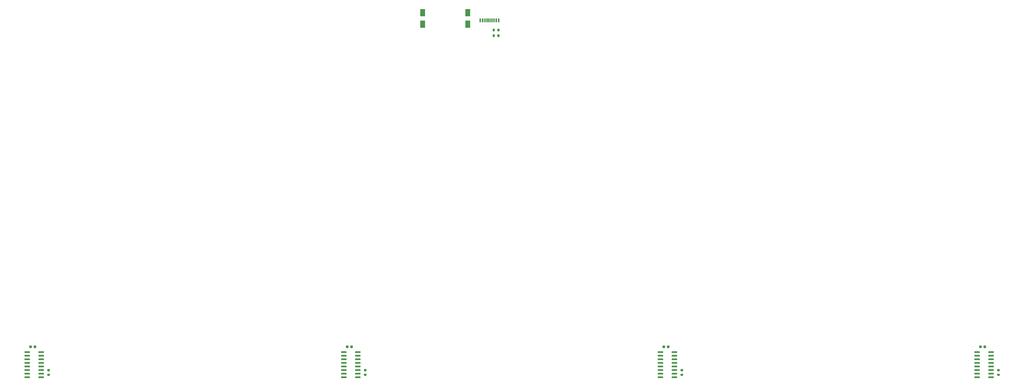
<source format=gbr>
G04 #@! TF.GenerationSoftware,KiCad,Pcbnew,(5.1.7)-1*
G04 #@! TF.CreationDate,2021-03-24T01:06:35-04:00*
G04 #@! TF.ProjectId,OpeNITHM-full,4f70654e-4954-4484-9d2d-66756c6c2e6b,rev?*
G04 #@! TF.SameCoordinates,Original*
G04 #@! TF.FileFunction,Paste,Bot*
G04 #@! TF.FilePolarity,Positive*
%FSLAX46Y46*%
G04 Gerber Fmt 4.6, Leading zero omitted, Abs format (unit mm)*
G04 Created by KiCad (PCBNEW (5.1.7)-1) date 2021-03-24 01:06:35*
%MOMM*%
%LPD*%
G01*
G04 APERTURE LIST*
%ADD10R,0.300000X1.450000*%
%ADD11R,0.600000X1.450000*%
%ADD12R,1.800000X2.500000*%
G04 APERTURE END LIST*
G36*
G01*
X209320000Y-128755000D02*
X209320000Y-129055000D01*
G75*
G02*
X209170000Y-129205000I-150000J0D01*
G01*
X207520000Y-129205000D01*
G75*
G02*
X207370000Y-129055000I0J150000D01*
G01*
X207370000Y-128755000D01*
G75*
G02*
X207520000Y-128605000I150000J0D01*
G01*
X209170000Y-128605000D01*
G75*
G02*
X209320000Y-128755000I0J-150000D01*
G01*
G37*
G36*
G01*
X209320000Y-130025000D02*
X209320000Y-130325000D01*
G75*
G02*
X209170000Y-130475000I-150000J0D01*
G01*
X207520000Y-130475000D01*
G75*
G02*
X207370000Y-130325000I0J150000D01*
G01*
X207370000Y-130025000D01*
G75*
G02*
X207520000Y-129875000I150000J0D01*
G01*
X209170000Y-129875000D01*
G75*
G02*
X209320000Y-130025000I0J-150000D01*
G01*
G37*
G36*
G01*
X209320000Y-131295000D02*
X209320000Y-131595000D01*
G75*
G02*
X209170000Y-131745000I-150000J0D01*
G01*
X207520000Y-131745000D01*
G75*
G02*
X207370000Y-131595000I0J150000D01*
G01*
X207370000Y-131295000D01*
G75*
G02*
X207520000Y-131145000I150000J0D01*
G01*
X209170000Y-131145000D01*
G75*
G02*
X209320000Y-131295000I0J-150000D01*
G01*
G37*
G36*
G01*
X209320000Y-132565000D02*
X209320000Y-132865000D01*
G75*
G02*
X209170000Y-133015000I-150000J0D01*
G01*
X207520000Y-133015000D01*
G75*
G02*
X207370000Y-132865000I0J150000D01*
G01*
X207370000Y-132565000D01*
G75*
G02*
X207520000Y-132415000I150000J0D01*
G01*
X209170000Y-132415000D01*
G75*
G02*
X209320000Y-132565000I0J-150000D01*
G01*
G37*
G36*
G01*
X209320000Y-133835000D02*
X209320000Y-134135000D01*
G75*
G02*
X209170000Y-134285000I-150000J0D01*
G01*
X207520000Y-134285000D01*
G75*
G02*
X207370000Y-134135000I0J150000D01*
G01*
X207370000Y-133835000D01*
G75*
G02*
X207520000Y-133685000I150000J0D01*
G01*
X209170000Y-133685000D01*
G75*
G02*
X209320000Y-133835000I0J-150000D01*
G01*
G37*
G36*
G01*
X209320000Y-135105000D02*
X209320000Y-135405000D01*
G75*
G02*
X209170000Y-135555000I-150000J0D01*
G01*
X207520000Y-135555000D01*
G75*
G02*
X207370000Y-135405000I0J150000D01*
G01*
X207370000Y-135105000D01*
G75*
G02*
X207520000Y-134955000I150000J0D01*
G01*
X209170000Y-134955000D01*
G75*
G02*
X209320000Y-135105000I0J-150000D01*
G01*
G37*
G36*
G01*
X209320000Y-136375000D02*
X209320000Y-136675000D01*
G75*
G02*
X209170000Y-136825000I-150000J0D01*
G01*
X207520000Y-136825000D01*
G75*
G02*
X207370000Y-136675000I0J150000D01*
G01*
X207370000Y-136375000D01*
G75*
G02*
X207520000Y-136225000I150000J0D01*
G01*
X209170000Y-136225000D01*
G75*
G02*
X209320000Y-136375000I0J-150000D01*
G01*
G37*
G36*
G01*
X209320000Y-137645000D02*
X209320000Y-137945000D01*
G75*
G02*
X209170000Y-138095000I-150000J0D01*
G01*
X207520000Y-138095000D01*
G75*
G02*
X207370000Y-137945000I0J150000D01*
G01*
X207370000Y-137645000D01*
G75*
G02*
X207520000Y-137495000I150000J0D01*
G01*
X209170000Y-137495000D01*
G75*
G02*
X209320000Y-137645000I0J-150000D01*
G01*
G37*
G36*
G01*
X214270000Y-137645000D02*
X214270000Y-137945000D01*
G75*
G02*
X214120000Y-138095000I-150000J0D01*
G01*
X212470000Y-138095000D01*
G75*
G02*
X212320000Y-137945000I0J150000D01*
G01*
X212320000Y-137645000D01*
G75*
G02*
X212470000Y-137495000I150000J0D01*
G01*
X214120000Y-137495000D01*
G75*
G02*
X214270000Y-137645000I0J-150000D01*
G01*
G37*
G36*
G01*
X214270000Y-136375000D02*
X214270000Y-136675000D01*
G75*
G02*
X214120000Y-136825000I-150000J0D01*
G01*
X212470000Y-136825000D01*
G75*
G02*
X212320000Y-136675000I0J150000D01*
G01*
X212320000Y-136375000D01*
G75*
G02*
X212470000Y-136225000I150000J0D01*
G01*
X214120000Y-136225000D01*
G75*
G02*
X214270000Y-136375000I0J-150000D01*
G01*
G37*
G36*
G01*
X214270000Y-135105000D02*
X214270000Y-135405000D01*
G75*
G02*
X214120000Y-135555000I-150000J0D01*
G01*
X212470000Y-135555000D01*
G75*
G02*
X212320000Y-135405000I0J150000D01*
G01*
X212320000Y-135105000D01*
G75*
G02*
X212470000Y-134955000I150000J0D01*
G01*
X214120000Y-134955000D01*
G75*
G02*
X214270000Y-135105000I0J-150000D01*
G01*
G37*
G36*
G01*
X214270000Y-133835000D02*
X214270000Y-134135000D01*
G75*
G02*
X214120000Y-134285000I-150000J0D01*
G01*
X212470000Y-134285000D01*
G75*
G02*
X212320000Y-134135000I0J150000D01*
G01*
X212320000Y-133835000D01*
G75*
G02*
X212470000Y-133685000I150000J0D01*
G01*
X214120000Y-133685000D01*
G75*
G02*
X214270000Y-133835000I0J-150000D01*
G01*
G37*
G36*
G01*
X214270000Y-132565000D02*
X214270000Y-132865000D01*
G75*
G02*
X214120000Y-133015000I-150000J0D01*
G01*
X212470000Y-133015000D01*
G75*
G02*
X212320000Y-132865000I0J150000D01*
G01*
X212320000Y-132565000D01*
G75*
G02*
X212470000Y-132415000I150000J0D01*
G01*
X214120000Y-132415000D01*
G75*
G02*
X214270000Y-132565000I0J-150000D01*
G01*
G37*
G36*
G01*
X214270000Y-131295000D02*
X214270000Y-131595000D01*
G75*
G02*
X214120000Y-131745000I-150000J0D01*
G01*
X212470000Y-131745000D01*
G75*
G02*
X212320000Y-131595000I0J150000D01*
G01*
X212320000Y-131295000D01*
G75*
G02*
X212470000Y-131145000I150000J0D01*
G01*
X214120000Y-131145000D01*
G75*
G02*
X214270000Y-131295000I0J-150000D01*
G01*
G37*
G36*
G01*
X214270000Y-130025000D02*
X214270000Y-130325000D01*
G75*
G02*
X214120000Y-130475000I-150000J0D01*
G01*
X212470000Y-130475000D01*
G75*
G02*
X212320000Y-130325000I0J150000D01*
G01*
X212320000Y-130025000D01*
G75*
G02*
X212470000Y-129875000I150000J0D01*
G01*
X214120000Y-129875000D01*
G75*
G02*
X214270000Y-130025000I0J-150000D01*
G01*
G37*
G36*
G01*
X214270000Y-128755000D02*
X214270000Y-129055000D01*
G75*
G02*
X214120000Y-129205000I-150000J0D01*
G01*
X212470000Y-129205000D01*
G75*
G02*
X212320000Y-129055000I0J150000D01*
G01*
X212320000Y-128755000D01*
G75*
G02*
X212470000Y-128605000I150000J0D01*
G01*
X214120000Y-128605000D01*
G75*
G02*
X214270000Y-128755000I0J-150000D01*
G01*
G37*
G36*
G01*
X-9250000Y-128755000D02*
X-9250000Y-129055000D01*
G75*
G02*
X-9400000Y-129205000I-150000J0D01*
G01*
X-11050000Y-129205000D01*
G75*
G02*
X-11200000Y-129055000I0J150000D01*
G01*
X-11200000Y-128755000D01*
G75*
G02*
X-11050000Y-128605000I150000J0D01*
G01*
X-9400000Y-128605000D01*
G75*
G02*
X-9250000Y-128755000I0J-150000D01*
G01*
G37*
G36*
G01*
X-9250000Y-130025000D02*
X-9250000Y-130325000D01*
G75*
G02*
X-9400000Y-130475000I-150000J0D01*
G01*
X-11050000Y-130475000D01*
G75*
G02*
X-11200000Y-130325000I0J150000D01*
G01*
X-11200000Y-130025000D01*
G75*
G02*
X-11050000Y-129875000I150000J0D01*
G01*
X-9400000Y-129875000D01*
G75*
G02*
X-9250000Y-130025000I0J-150000D01*
G01*
G37*
G36*
G01*
X-9250000Y-131295000D02*
X-9250000Y-131595000D01*
G75*
G02*
X-9400000Y-131745000I-150000J0D01*
G01*
X-11050000Y-131745000D01*
G75*
G02*
X-11200000Y-131595000I0J150000D01*
G01*
X-11200000Y-131295000D01*
G75*
G02*
X-11050000Y-131145000I150000J0D01*
G01*
X-9400000Y-131145000D01*
G75*
G02*
X-9250000Y-131295000I0J-150000D01*
G01*
G37*
G36*
G01*
X-9250000Y-132565000D02*
X-9250000Y-132865000D01*
G75*
G02*
X-9400000Y-133015000I-150000J0D01*
G01*
X-11050000Y-133015000D01*
G75*
G02*
X-11200000Y-132865000I0J150000D01*
G01*
X-11200000Y-132565000D01*
G75*
G02*
X-11050000Y-132415000I150000J0D01*
G01*
X-9400000Y-132415000D01*
G75*
G02*
X-9250000Y-132565000I0J-150000D01*
G01*
G37*
G36*
G01*
X-9250000Y-133835000D02*
X-9250000Y-134135000D01*
G75*
G02*
X-9400000Y-134285000I-150000J0D01*
G01*
X-11050000Y-134285000D01*
G75*
G02*
X-11200000Y-134135000I0J150000D01*
G01*
X-11200000Y-133835000D01*
G75*
G02*
X-11050000Y-133685000I150000J0D01*
G01*
X-9400000Y-133685000D01*
G75*
G02*
X-9250000Y-133835000I0J-150000D01*
G01*
G37*
G36*
G01*
X-9250000Y-135105000D02*
X-9250000Y-135405000D01*
G75*
G02*
X-9400000Y-135555000I-150000J0D01*
G01*
X-11050000Y-135555000D01*
G75*
G02*
X-11200000Y-135405000I0J150000D01*
G01*
X-11200000Y-135105000D01*
G75*
G02*
X-11050000Y-134955000I150000J0D01*
G01*
X-9400000Y-134955000D01*
G75*
G02*
X-9250000Y-135105000I0J-150000D01*
G01*
G37*
G36*
G01*
X-9250000Y-136375000D02*
X-9250000Y-136675000D01*
G75*
G02*
X-9400000Y-136825000I-150000J0D01*
G01*
X-11050000Y-136825000D01*
G75*
G02*
X-11200000Y-136675000I0J150000D01*
G01*
X-11200000Y-136375000D01*
G75*
G02*
X-11050000Y-136225000I150000J0D01*
G01*
X-9400000Y-136225000D01*
G75*
G02*
X-9250000Y-136375000I0J-150000D01*
G01*
G37*
G36*
G01*
X-9250000Y-137645000D02*
X-9250000Y-137945000D01*
G75*
G02*
X-9400000Y-138095000I-150000J0D01*
G01*
X-11050000Y-138095000D01*
G75*
G02*
X-11200000Y-137945000I0J150000D01*
G01*
X-11200000Y-137645000D01*
G75*
G02*
X-11050000Y-137495000I150000J0D01*
G01*
X-9400000Y-137495000D01*
G75*
G02*
X-9250000Y-137645000I0J-150000D01*
G01*
G37*
G36*
G01*
X-14200000Y-137645000D02*
X-14200000Y-137945000D01*
G75*
G02*
X-14350000Y-138095000I-150000J0D01*
G01*
X-16000000Y-138095000D01*
G75*
G02*
X-16150000Y-137945000I0J150000D01*
G01*
X-16150000Y-137645000D01*
G75*
G02*
X-16000000Y-137495000I150000J0D01*
G01*
X-14350000Y-137495000D01*
G75*
G02*
X-14200000Y-137645000I0J-150000D01*
G01*
G37*
G36*
G01*
X-14200000Y-136375000D02*
X-14200000Y-136675000D01*
G75*
G02*
X-14350000Y-136825000I-150000J0D01*
G01*
X-16000000Y-136825000D01*
G75*
G02*
X-16150000Y-136675000I0J150000D01*
G01*
X-16150000Y-136375000D01*
G75*
G02*
X-16000000Y-136225000I150000J0D01*
G01*
X-14350000Y-136225000D01*
G75*
G02*
X-14200000Y-136375000I0J-150000D01*
G01*
G37*
G36*
G01*
X-14200000Y-135105000D02*
X-14200000Y-135405000D01*
G75*
G02*
X-14350000Y-135555000I-150000J0D01*
G01*
X-16000000Y-135555000D01*
G75*
G02*
X-16150000Y-135405000I0J150000D01*
G01*
X-16150000Y-135105000D01*
G75*
G02*
X-16000000Y-134955000I150000J0D01*
G01*
X-14350000Y-134955000D01*
G75*
G02*
X-14200000Y-135105000I0J-150000D01*
G01*
G37*
G36*
G01*
X-14200000Y-133835000D02*
X-14200000Y-134135000D01*
G75*
G02*
X-14350000Y-134285000I-150000J0D01*
G01*
X-16000000Y-134285000D01*
G75*
G02*
X-16150000Y-134135000I0J150000D01*
G01*
X-16150000Y-133835000D01*
G75*
G02*
X-16000000Y-133685000I150000J0D01*
G01*
X-14350000Y-133685000D01*
G75*
G02*
X-14200000Y-133835000I0J-150000D01*
G01*
G37*
G36*
G01*
X-14200000Y-132565000D02*
X-14200000Y-132865000D01*
G75*
G02*
X-14350000Y-133015000I-150000J0D01*
G01*
X-16000000Y-133015000D01*
G75*
G02*
X-16150000Y-132865000I0J150000D01*
G01*
X-16150000Y-132565000D01*
G75*
G02*
X-16000000Y-132415000I150000J0D01*
G01*
X-14350000Y-132415000D01*
G75*
G02*
X-14200000Y-132565000I0J-150000D01*
G01*
G37*
G36*
G01*
X-14200000Y-131295000D02*
X-14200000Y-131595000D01*
G75*
G02*
X-14350000Y-131745000I-150000J0D01*
G01*
X-16000000Y-131745000D01*
G75*
G02*
X-16150000Y-131595000I0J150000D01*
G01*
X-16150000Y-131295000D01*
G75*
G02*
X-16000000Y-131145000I150000J0D01*
G01*
X-14350000Y-131145000D01*
G75*
G02*
X-14200000Y-131295000I0J-150000D01*
G01*
G37*
G36*
G01*
X-14200000Y-130025000D02*
X-14200000Y-130325000D01*
G75*
G02*
X-14350000Y-130475000I-150000J0D01*
G01*
X-16000000Y-130475000D01*
G75*
G02*
X-16150000Y-130325000I0J150000D01*
G01*
X-16150000Y-130025000D01*
G75*
G02*
X-16000000Y-129875000I150000J0D01*
G01*
X-14350000Y-129875000D01*
G75*
G02*
X-14200000Y-130025000I0J-150000D01*
G01*
G37*
G36*
G01*
X-14200000Y-128755000D02*
X-14200000Y-129055000D01*
G75*
G02*
X-14350000Y-129205000I-150000J0D01*
G01*
X-16000000Y-129205000D01*
G75*
G02*
X-16150000Y-129055000I0J150000D01*
G01*
X-16150000Y-128755000D01*
G75*
G02*
X-16000000Y-128605000I150000J0D01*
G01*
X-14350000Y-128605000D01*
G75*
G02*
X-14200000Y-128755000I0J-150000D01*
G01*
G37*
G36*
G01*
X321080000Y-128755000D02*
X321080000Y-129055000D01*
G75*
G02*
X320930000Y-129205000I-150000J0D01*
G01*
X319280000Y-129205000D01*
G75*
G02*
X319130000Y-129055000I0J150000D01*
G01*
X319130000Y-128755000D01*
G75*
G02*
X319280000Y-128605000I150000J0D01*
G01*
X320930000Y-128605000D01*
G75*
G02*
X321080000Y-128755000I0J-150000D01*
G01*
G37*
G36*
G01*
X321080000Y-130025000D02*
X321080000Y-130325000D01*
G75*
G02*
X320930000Y-130475000I-150000J0D01*
G01*
X319280000Y-130475000D01*
G75*
G02*
X319130000Y-130325000I0J150000D01*
G01*
X319130000Y-130025000D01*
G75*
G02*
X319280000Y-129875000I150000J0D01*
G01*
X320930000Y-129875000D01*
G75*
G02*
X321080000Y-130025000I0J-150000D01*
G01*
G37*
G36*
G01*
X321080000Y-131295000D02*
X321080000Y-131595000D01*
G75*
G02*
X320930000Y-131745000I-150000J0D01*
G01*
X319280000Y-131745000D01*
G75*
G02*
X319130000Y-131595000I0J150000D01*
G01*
X319130000Y-131295000D01*
G75*
G02*
X319280000Y-131145000I150000J0D01*
G01*
X320930000Y-131145000D01*
G75*
G02*
X321080000Y-131295000I0J-150000D01*
G01*
G37*
G36*
G01*
X321080000Y-132565000D02*
X321080000Y-132865000D01*
G75*
G02*
X320930000Y-133015000I-150000J0D01*
G01*
X319280000Y-133015000D01*
G75*
G02*
X319130000Y-132865000I0J150000D01*
G01*
X319130000Y-132565000D01*
G75*
G02*
X319280000Y-132415000I150000J0D01*
G01*
X320930000Y-132415000D01*
G75*
G02*
X321080000Y-132565000I0J-150000D01*
G01*
G37*
G36*
G01*
X321080000Y-133835000D02*
X321080000Y-134135000D01*
G75*
G02*
X320930000Y-134285000I-150000J0D01*
G01*
X319280000Y-134285000D01*
G75*
G02*
X319130000Y-134135000I0J150000D01*
G01*
X319130000Y-133835000D01*
G75*
G02*
X319280000Y-133685000I150000J0D01*
G01*
X320930000Y-133685000D01*
G75*
G02*
X321080000Y-133835000I0J-150000D01*
G01*
G37*
G36*
G01*
X321080000Y-135105000D02*
X321080000Y-135405000D01*
G75*
G02*
X320930000Y-135555000I-150000J0D01*
G01*
X319280000Y-135555000D01*
G75*
G02*
X319130000Y-135405000I0J150000D01*
G01*
X319130000Y-135105000D01*
G75*
G02*
X319280000Y-134955000I150000J0D01*
G01*
X320930000Y-134955000D01*
G75*
G02*
X321080000Y-135105000I0J-150000D01*
G01*
G37*
G36*
G01*
X321080000Y-136375000D02*
X321080000Y-136675000D01*
G75*
G02*
X320930000Y-136825000I-150000J0D01*
G01*
X319280000Y-136825000D01*
G75*
G02*
X319130000Y-136675000I0J150000D01*
G01*
X319130000Y-136375000D01*
G75*
G02*
X319280000Y-136225000I150000J0D01*
G01*
X320930000Y-136225000D01*
G75*
G02*
X321080000Y-136375000I0J-150000D01*
G01*
G37*
G36*
G01*
X321080000Y-137645000D02*
X321080000Y-137945000D01*
G75*
G02*
X320930000Y-138095000I-150000J0D01*
G01*
X319280000Y-138095000D01*
G75*
G02*
X319130000Y-137945000I0J150000D01*
G01*
X319130000Y-137645000D01*
G75*
G02*
X319280000Y-137495000I150000J0D01*
G01*
X320930000Y-137495000D01*
G75*
G02*
X321080000Y-137645000I0J-150000D01*
G01*
G37*
G36*
G01*
X326030000Y-137645000D02*
X326030000Y-137945000D01*
G75*
G02*
X325880000Y-138095000I-150000J0D01*
G01*
X324230000Y-138095000D01*
G75*
G02*
X324080000Y-137945000I0J150000D01*
G01*
X324080000Y-137645000D01*
G75*
G02*
X324230000Y-137495000I150000J0D01*
G01*
X325880000Y-137495000D01*
G75*
G02*
X326030000Y-137645000I0J-150000D01*
G01*
G37*
G36*
G01*
X326030000Y-136375000D02*
X326030000Y-136675000D01*
G75*
G02*
X325880000Y-136825000I-150000J0D01*
G01*
X324230000Y-136825000D01*
G75*
G02*
X324080000Y-136675000I0J150000D01*
G01*
X324080000Y-136375000D01*
G75*
G02*
X324230000Y-136225000I150000J0D01*
G01*
X325880000Y-136225000D01*
G75*
G02*
X326030000Y-136375000I0J-150000D01*
G01*
G37*
G36*
G01*
X326030000Y-135105000D02*
X326030000Y-135405000D01*
G75*
G02*
X325880000Y-135555000I-150000J0D01*
G01*
X324230000Y-135555000D01*
G75*
G02*
X324080000Y-135405000I0J150000D01*
G01*
X324080000Y-135105000D01*
G75*
G02*
X324230000Y-134955000I150000J0D01*
G01*
X325880000Y-134955000D01*
G75*
G02*
X326030000Y-135105000I0J-150000D01*
G01*
G37*
G36*
G01*
X326030000Y-133835000D02*
X326030000Y-134135000D01*
G75*
G02*
X325880000Y-134285000I-150000J0D01*
G01*
X324230000Y-134285000D01*
G75*
G02*
X324080000Y-134135000I0J150000D01*
G01*
X324080000Y-133835000D01*
G75*
G02*
X324230000Y-133685000I150000J0D01*
G01*
X325880000Y-133685000D01*
G75*
G02*
X326030000Y-133835000I0J-150000D01*
G01*
G37*
G36*
G01*
X326030000Y-132565000D02*
X326030000Y-132865000D01*
G75*
G02*
X325880000Y-133015000I-150000J0D01*
G01*
X324230000Y-133015000D01*
G75*
G02*
X324080000Y-132865000I0J150000D01*
G01*
X324080000Y-132565000D01*
G75*
G02*
X324230000Y-132415000I150000J0D01*
G01*
X325880000Y-132415000D01*
G75*
G02*
X326030000Y-132565000I0J-150000D01*
G01*
G37*
G36*
G01*
X326030000Y-131295000D02*
X326030000Y-131595000D01*
G75*
G02*
X325880000Y-131745000I-150000J0D01*
G01*
X324230000Y-131745000D01*
G75*
G02*
X324080000Y-131595000I0J150000D01*
G01*
X324080000Y-131295000D01*
G75*
G02*
X324230000Y-131145000I150000J0D01*
G01*
X325880000Y-131145000D01*
G75*
G02*
X326030000Y-131295000I0J-150000D01*
G01*
G37*
G36*
G01*
X326030000Y-130025000D02*
X326030000Y-130325000D01*
G75*
G02*
X325880000Y-130475000I-150000J0D01*
G01*
X324230000Y-130475000D01*
G75*
G02*
X324080000Y-130325000I0J150000D01*
G01*
X324080000Y-130025000D01*
G75*
G02*
X324230000Y-129875000I150000J0D01*
G01*
X325880000Y-129875000D01*
G75*
G02*
X326030000Y-130025000I0J-150000D01*
G01*
G37*
G36*
G01*
X326030000Y-128755000D02*
X326030000Y-129055000D01*
G75*
G02*
X325880000Y-129205000I-150000J0D01*
G01*
X324230000Y-129205000D01*
G75*
G02*
X324080000Y-129055000I0J150000D01*
G01*
X324080000Y-128755000D01*
G75*
G02*
X324230000Y-128605000I150000J0D01*
G01*
X325880000Y-128605000D01*
G75*
G02*
X326030000Y-128755000I0J-150000D01*
G01*
G37*
G36*
G01*
X323310000Y-126750000D02*
X323310000Y-127250000D01*
G75*
G02*
X323085000Y-127475000I-225000J0D01*
G01*
X322635000Y-127475000D01*
G75*
G02*
X322410000Y-127250000I0J225000D01*
G01*
X322410000Y-126750000D01*
G75*
G02*
X322635000Y-126525000I225000J0D01*
G01*
X323085000Y-126525000D01*
G75*
G02*
X323310000Y-126750000I0J-225000D01*
G01*
G37*
G36*
G01*
X321760000Y-126750000D02*
X321760000Y-127250000D01*
G75*
G02*
X321535000Y-127475000I-225000J0D01*
G01*
X321085000Y-127475000D01*
G75*
G02*
X320860000Y-127250000I0J225000D01*
G01*
X320860000Y-126750000D01*
G75*
G02*
X321085000Y-126525000I225000J0D01*
G01*
X321535000Y-126525000D01*
G75*
G02*
X321760000Y-126750000I0J-225000D01*
G01*
G37*
G36*
G01*
X327385000Y-136505000D02*
X327935000Y-136505000D01*
G75*
G02*
X328135000Y-136705000I0J-200000D01*
G01*
X328135000Y-137105000D01*
G75*
G02*
X327935000Y-137305000I-200000J0D01*
G01*
X327385000Y-137305000D01*
G75*
G02*
X327185000Y-137105000I0J200000D01*
G01*
X327185000Y-136705000D01*
G75*
G02*
X327385000Y-136505000I200000J0D01*
G01*
G37*
G36*
G01*
X327385000Y-134855000D02*
X327935000Y-134855000D01*
G75*
G02*
X328135000Y-135055000I0J-200000D01*
G01*
X328135000Y-135455000D01*
G75*
G02*
X327935000Y-135655000I-200000J0D01*
G01*
X327385000Y-135655000D01*
G75*
G02*
X327185000Y-135455000I0J200000D01*
G01*
X327185000Y-135055000D01*
G75*
G02*
X327385000Y-134855000I200000J0D01*
G01*
G37*
G36*
G01*
X211550000Y-126750000D02*
X211550000Y-127250000D01*
G75*
G02*
X211325000Y-127475000I-225000J0D01*
G01*
X210875000Y-127475000D01*
G75*
G02*
X210650000Y-127250000I0J225000D01*
G01*
X210650000Y-126750000D01*
G75*
G02*
X210875000Y-126525000I225000J0D01*
G01*
X211325000Y-126525000D01*
G75*
G02*
X211550000Y-126750000I0J-225000D01*
G01*
G37*
G36*
G01*
X210000000Y-126750000D02*
X210000000Y-127250000D01*
G75*
G02*
X209775000Y-127475000I-225000J0D01*
G01*
X209325000Y-127475000D01*
G75*
G02*
X209100000Y-127250000I0J225000D01*
G01*
X209100000Y-126750000D01*
G75*
G02*
X209325000Y-126525000I225000J0D01*
G01*
X209775000Y-126525000D01*
G75*
G02*
X210000000Y-126750000I0J-225000D01*
G01*
G37*
G36*
G01*
X215625000Y-136505000D02*
X216175000Y-136505000D01*
G75*
G02*
X216375000Y-136705000I0J-200000D01*
G01*
X216375000Y-137105000D01*
G75*
G02*
X216175000Y-137305000I-200000J0D01*
G01*
X215625000Y-137305000D01*
G75*
G02*
X215425000Y-137105000I0J200000D01*
G01*
X215425000Y-136705000D01*
G75*
G02*
X215625000Y-136505000I200000J0D01*
G01*
G37*
G36*
G01*
X215625000Y-134855000D02*
X216175000Y-134855000D01*
G75*
G02*
X216375000Y-135055000I0J-200000D01*
G01*
X216375000Y-135455000D01*
G75*
G02*
X216175000Y-135655000I-200000J0D01*
G01*
X215625000Y-135655000D01*
G75*
G02*
X215425000Y-135455000I0J200000D01*
G01*
X215425000Y-135055000D01*
G75*
G02*
X215625000Y-134855000I200000J0D01*
G01*
G37*
D10*
X147750000Y-11545000D03*
X149750000Y-11545000D03*
X149250000Y-11545000D03*
X148750000Y-11545000D03*
X148250000Y-11545000D03*
X147250000Y-11545000D03*
X146750000Y-11545000D03*
X146250000Y-11545000D03*
D11*
X151250000Y-11545000D03*
X150450000Y-11545000D03*
X145550000Y-11545000D03*
X144750000Y-11545000D03*
X144750000Y-11545000D03*
X145550000Y-11545000D03*
X150450000Y-11545000D03*
X151250000Y-11545000D03*
D12*
X124460000Y-12890000D03*
X124460000Y-8890000D03*
X140335000Y-12890000D03*
X140335000Y-8890000D03*
G36*
G01*
X102510000Y-128755000D02*
X102510000Y-129055000D01*
G75*
G02*
X102360000Y-129205000I-150000J0D01*
G01*
X100710000Y-129205000D01*
G75*
G02*
X100560000Y-129055000I0J150000D01*
G01*
X100560000Y-128755000D01*
G75*
G02*
X100710000Y-128605000I150000J0D01*
G01*
X102360000Y-128605000D01*
G75*
G02*
X102510000Y-128755000I0J-150000D01*
G01*
G37*
G36*
G01*
X102510000Y-130025000D02*
X102510000Y-130325000D01*
G75*
G02*
X102360000Y-130475000I-150000J0D01*
G01*
X100710000Y-130475000D01*
G75*
G02*
X100560000Y-130325000I0J150000D01*
G01*
X100560000Y-130025000D01*
G75*
G02*
X100710000Y-129875000I150000J0D01*
G01*
X102360000Y-129875000D01*
G75*
G02*
X102510000Y-130025000I0J-150000D01*
G01*
G37*
G36*
G01*
X102510000Y-131295000D02*
X102510000Y-131595000D01*
G75*
G02*
X102360000Y-131745000I-150000J0D01*
G01*
X100710000Y-131745000D01*
G75*
G02*
X100560000Y-131595000I0J150000D01*
G01*
X100560000Y-131295000D01*
G75*
G02*
X100710000Y-131145000I150000J0D01*
G01*
X102360000Y-131145000D01*
G75*
G02*
X102510000Y-131295000I0J-150000D01*
G01*
G37*
G36*
G01*
X102510000Y-132565000D02*
X102510000Y-132865000D01*
G75*
G02*
X102360000Y-133015000I-150000J0D01*
G01*
X100710000Y-133015000D01*
G75*
G02*
X100560000Y-132865000I0J150000D01*
G01*
X100560000Y-132565000D01*
G75*
G02*
X100710000Y-132415000I150000J0D01*
G01*
X102360000Y-132415000D01*
G75*
G02*
X102510000Y-132565000I0J-150000D01*
G01*
G37*
G36*
G01*
X102510000Y-133835000D02*
X102510000Y-134135000D01*
G75*
G02*
X102360000Y-134285000I-150000J0D01*
G01*
X100710000Y-134285000D01*
G75*
G02*
X100560000Y-134135000I0J150000D01*
G01*
X100560000Y-133835000D01*
G75*
G02*
X100710000Y-133685000I150000J0D01*
G01*
X102360000Y-133685000D01*
G75*
G02*
X102510000Y-133835000I0J-150000D01*
G01*
G37*
G36*
G01*
X102510000Y-135105000D02*
X102510000Y-135405000D01*
G75*
G02*
X102360000Y-135555000I-150000J0D01*
G01*
X100710000Y-135555000D01*
G75*
G02*
X100560000Y-135405000I0J150000D01*
G01*
X100560000Y-135105000D01*
G75*
G02*
X100710000Y-134955000I150000J0D01*
G01*
X102360000Y-134955000D01*
G75*
G02*
X102510000Y-135105000I0J-150000D01*
G01*
G37*
G36*
G01*
X102510000Y-136375000D02*
X102510000Y-136675000D01*
G75*
G02*
X102360000Y-136825000I-150000J0D01*
G01*
X100710000Y-136825000D01*
G75*
G02*
X100560000Y-136675000I0J150000D01*
G01*
X100560000Y-136375000D01*
G75*
G02*
X100710000Y-136225000I150000J0D01*
G01*
X102360000Y-136225000D01*
G75*
G02*
X102510000Y-136375000I0J-150000D01*
G01*
G37*
G36*
G01*
X102510000Y-137645000D02*
X102510000Y-137945000D01*
G75*
G02*
X102360000Y-138095000I-150000J0D01*
G01*
X100710000Y-138095000D01*
G75*
G02*
X100560000Y-137945000I0J150000D01*
G01*
X100560000Y-137645000D01*
G75*
G02*
X100710000Y-137495000I150000J0D01*
G01*
X102360000Y-137495000D01*
G75*
G02*
X102510000Y-137645000I0J-150000D01*
G01*
G37*
G36*
G01*
X97560000Y-137645000D02*
X97560000Y-137945000D01*
G75*
G02*
X97410000Y-138095000I-150000J0D01*
G01*
X95760000Y-138095000D01*
G75*
G02*
X95610000Y-137945000I0J150000D01*
G01*
X95610000Y-137645000D01*
G75*
G02*
X95760000Y-137495000I150000J0D01*
G01*
X97410000Y-137495000D01*
G75*
G02*
X97560000Y-137645000I0J-150000D01*
G01*
G37*
G36*
G01*
X97560000Y-136375000D02*
X97560000Y-136675000D01*
G75*
G02*
X97410000Y-136825000I-150000J0D01*
G01*
X95760000Y-136825000D01*
G75*
G02*
X95610000Y-136675000I0J150000D01*
G01*
X95610000Y-136375000D01*
G75*
G02*
X95760000Y-136225000I150000J0D01*
G01*
X97410000Y-136225000D01*
G75*
G02*
X97560000Y-136375000I0J-150000D01*
G01*
G37*
G36*
G01*
X97560000Y-135105000D02*
X97560000Y-135405000D01*
G75*
G02*
X97410000Y-135555000I-150000J0D01*
G01*
X95760000Y-135555000D01*
G75*
G02*
X95610000Y-135405000I0J150000D01*
G01*
X95610000Y-135105000D01*
G75*
G02*
X95760000Y-134955000I150000J0D01*
G01*
X97410000Y-134955000D01*
G75*
G02*
X97560000Y-135105000I0J-150000D01*
G01*
G37*
G36*
G01*
X97560000Y-133835000D02*
X97560000Y-134135000D01*
G75*
G02*
X97410000Y-134285000I-150000J0D01*
G01*
X95760000Y-134285000D01*
G75*
G02*
X95610000Y-134135000I0J150000D01*
G01*
X95610000Y-133835000D01*
G75*
G02*
X95760000Y-133685000I150000J0D01*
G01*
X97410000Y-133685000D01*
G75*
G02*
X97560000Y-133835000I0J-150000D01*
G01*
G37*
G36*
G01*
X97560000Y-132565000D02*
X97560000Y-132865000D01*
G75*
G02*
X97410000Y-133015000I-150000J0D01*
G01*
X95760000Y-133015000D01*
G75*
G02*
X95610000Y-132865000I0J150000D01*
G01*
X95610000Y-132565000D01*
G75*
G02*
X95760000Y-132415000I150000J0D01*
G01*
X97410000Y-132415000D01*
G75*
G02*
X97560000Y-132565000I0J-150000D01*
G01*
G37*
G36*
G01*
X97560000Y-131295000D02*
X97560000Y-131595000D01*
G75*
G02*
X97410000Y-131745000I-150000J0D01*
G01*
X95760000Y-131745000D01*
G75*
G02*
X95610000Y-131595000I0J150000D01*
G01*
X95610000Y-131295000D01*
G75*
G02*
X95760000Y-131145000I150000J0D01*
G01*
X97410000Y-131145000D01*
G75*
G02*
X97560000Y-131295000I0J-150000D01*
G01*
G37*
G36*
G01*
X97560000Y-130025000D02*
X97560000Y-130325000D01*
G75*
G02*
X97410000Y-130475000I-150000J0D01*
G01*
X95760000Y-130475000D01*
G75*
G02*
X95610000Y-130325000I0J150000D01*
G01*
X95610000Y-130025000D01*
G75*
G02*
X95760000Y-129875000I150000J0D01*
G01*
X97410000Y-129875000D01*
G75*
G02*
X97560000Y-130025000I0J-150000D01*
G01*
G37*
G36*
G01*
X97560000Y-128755000D02*
X97560000Y-129055000D01*
G75*
G02*
X97410000Y-129205000I-150000J0D01*
G01*
X95760000Y-129205000D01*
G75*
G02*
X95610000Y-129055000I0J150000D01*
G01*
X95610000Y-128755000D01*
G75*
G02*
X95760000Y-128605000I150000J0D01*
G01*
X97410000Y-128605000D01*
G75*
G02*
X97560000Y-128755000I0J-150000D01*
G01*
G37*
G36*
G01*
X151565000Y-16725000D02*
X151565000Y-17275000D01*
G75*
G02*
X151365000Y-17475000I-200000J0D01*
G01*
X150965000Y-17475000D01*
G75*
G02*
X150765000Y-17275000I0J200000D01*
G01*
X150765000Y-16725000D01*
G75*
G02*
X150965000Y-16525000I200000J0D01*
G01*
X151365000Y-16525000D01*
G75*
G02*
X151565000Y-16725000I0J-200000D01*
G01*
G37*
G36*
G01*
X149915000Y-16725000D02*
X149915000Y-17275000D01*
G75*
G02*
X149715000Y-17475000I-200000J0D01*
G01*
X149315000Y-17475000D01*
G75*
G02*
X149115000Y-17275000I0J200000D01*
G01*
X149115000Y-16725000D01*
G75*
G02*
X149315000Y-16525000I200000J0D01*
G01*
X149715000Y-16525000D01*
G75*
G02*
X149915000Y-16725000I0J-200000D01*
G01*
G37*
G36*
G01*
X151565000Y-14725000D02*
X151565000Y-15275000D01*
G75*
G02*
X151365000Y-15475000I-200000J0D01*
G01*
X150965000Y-15475000D01*
G75*
G02*
X150765000Y-15275000I0J200000D01*
G01*
X150765000Y-14725000D01*
G75*
G02*
X150965000Y-14525000I200000J0D01*
G01*
X151365000Y-14525000D01*
G75*
G02*
X151565000Y-14725000I0J-200000D01*
G01*
G37*
G36*
G01*
X149915000Y-14725000D02*
X149915000Y-15275000D01*
G75*
G02*
X149715000Y-15475000I-200000J0D01*
G01*
X149315000Y-15475000D01*
G75*
G02*
X149115000Y-15275000I0J200000D01*
G01*
X149115000Y-14725000D01*
G75*
G02*
X149315000Y-14525000I200000J0D01*
G01*
X149715000Y-14525000D01*
G75*
G02*
X149915000Y-14725000I0J-200000D01*
G01*
G37*
G36*
G01*
X-7895000Y-134855000D02*
X-7345000Y-134855000D01*
G75*
G02*
X-7145000Y-135055000I0J-200000D01*
G01*
X-7145000Y-135455000D01*
G75*
G02*
X-7345000Y-135655000I-200000J0D01*
G01*
X-7895000Y-135655000D01*
G75*
G02*
X-8095000Y-135455000I0J200000D01*
G01*
X-8095000Y-135055000D01*
G75*
G02*
X-7895000Y-134855000I200000J0D01*
G01*
G37*
G36*
G01*
X-7895000Y-136505000D02*
X-7345000Y-136505000D01*
G75*
G02*
X-7145000Y-136705000I0J-200000D01*
G01*
X-7145000Y-137105000D01*
G75*
G02*
X-7345000Y-137305000I-200000J0D01*
G01*
X-7895000Y-137305000D01*
G75*
G02*
X-8095000Y-137105000I0J200000D01*
G01*
X-8095000Y-136705000D01*
G75*
G02*
X-7895000Y-136505000I200000J0D01*
G01*
G37*
G36*
G01*
X99790000Y-126750000D02*
X99790000Y-127250000D01*
G75*
G02*
X99565000Y-127475000I-225000J0D01*
G01*
X99115000Y-127475000D01*
G75*
G02*
X98890000Y-127250000I0J225000D01*
G01*
X98890000Y-126750000D01*
G75*
G02*
X99115000Y-126525000I225000J0D01*
G01*
X99565000Y-126525000D01*
G75*
G02*
X99790000Y-126750000I0J-225000D01*
G01*
G37*
G36*
G01*
X98240000Y-126750000D02*
X98240000Y-127250000D01*
G75*
G02*
X98015000Y-127475000I-225000J0D01*
G01*
X97565000Y-127475000D01*
G75*
G02*
X97340000Y-127250000I0J225000D01*
G01*
X97340000Y-126750000D01*
G75*
G02*
X97565000Y-126525000I225000J0D01*
G01*
X98015000Y-126525000D01*
G75*
G02*
X98240000Y-126750000I0J-225000D01*
G01*
G37*
G36*
G01*
X-11970000Y-126750000D02*
X-11970000Y-127250000D01*
G75*
G02*
X-12195000Y-127475000I-225000J0D01*
G01*
X-12645000Y-127475000D01*
G75*
G02*
X-12870000Y-127250000I0J225000D01*
G01*
X-12870000Y-126750000D01*
G75*
G02*
X-12645000Y-126525000I225000J0D01*
G01*
X-12195000Y-126525000D01*
G75*
G02*
X-11970000Y-126750000I0J-225000D01*
G01*
G37*
G36*
G01*
X-13520000Y-126750000D02*
X-13520000Y-127250000D01*
G75*
G02*
X-13745000Y-127475000I-225000J0D01*
G01*
X-14195000Y-127475000D01*
G75*
G02*
X-14420000Y-127250000I0J225000D01*
G01*
X-14420000Y-126750000D01*
G75*
G02*
X-14195000Y-126525000I225000J0D01*
G01*
X-13745000Y-126525000D01*
G75*
G02*
X-13520000Y-126750000I0J-225000D01*
G01*
G37*
G36*
G01*
X103865000Y-136505000D02*
X104415000Y-136505000D01*
G75*
G02*
X104615000Y-136705000I0J-200000D01*
G01*
X104615000Y-137105000D01*
G75*
G02*
X104415000Y-137305000I-200000J0D01*
G01*
X103865000Y-137305000D01*
G75*
G02*
X103665000Y-137105000I0J200000D01*
G01*
X103665000Y-136705000D01*
G75*
G02*
X103865000Y-136505000I200000J0D01*
G01*
G37*
G36*
G01*
X103865000Y-134855000D02*
X104415000Y-134855000D01*
G75*
G02*
X104615000Y-135055000I0J-200000D01*
G01*
X104615000Y-135455000D01*
G75*
G02*
X104415000Y-135655000I-200000J0D01*
G01*
X103865000Y-135655000D01*
G75*
G02*
X103665000Y-135455000I0J200000D01*
G01*
X103665000Y-135055000D01*
G75*
G02*
X103865000Y-134855000I200000J0D01*
G01*
G37*
M02*

</source>
